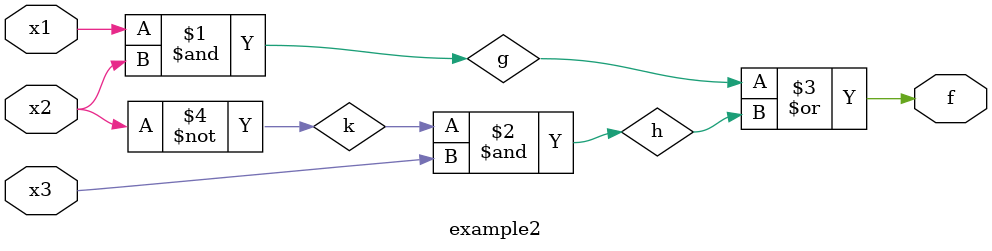
<source format=v>
module example2(x1,x2,x3,f);
	input x1,x2,x3;
	output f;
	and(g,x1,x2);
	not(k,x2);
	and(h,k,x3);
	or(f,g,h);
endmodule
</source>
